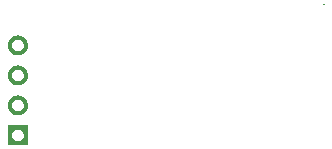
<source format=gbr>
%TF.GenerationSoftware,Flux,Pcbnew,7.0.11-7.0.11~ubuntu20.04.1*%
%TF.CreationDate,2024-08-15T14:07:34+00:00*%
%TF.ProjectId,input,696e7075-742e-46b6-9963-61645f706362,rev?*%
%TF.SameCoordinates,Original*%
%TF.FileFunction,Soldermask,Bot*%
%TF.FilePolarity,Negative*%
%FSLAX46Y46*%
G04 Gerber Fmt 4.6, Leading zero omitted, Abs format (unit mm)*
G04 Filename: businesscardpcb*
G04 Build it with Flux! Visit our site at: https://www.flux.ai (PCBNEW 7.0.11-7.0.11~ubuntu20.04.1) date 2024-08-15 14:07:34*
%MOMM*%
%LPD*%
G01*
G04 APERTURE LIST*
G04 APERTURE END LIST*
%TO.C,*%
G36*
X-14940100Y-7684100D02*
G01*
X-15090100Y-7684100D01*
X-15090100Y-7534100D01*
X-14940100Y-7534100D01*
X-14940100Y-7684100D01*
G37*
G36*
X-40061800Y-17838300D02*
G01*
X-40061800Y-19538300D01*
X-41761800Y-19538300D01*
X-41761800Y-18700571D01*
X-41411649Y-18700571D01*
X-41410445Y-18725082D01*
X-41408040Y-18749505D01*
X-41404439Y-18773781D01*
X-41399651Y-18797851D01*
X-41393688Y-18821656D01*
X-41386564Y-18845141D01*
X-41378296Y-18868248D01*
X-41368905Y-18890921D01*
X-41358412Y-18913106D01*
X-41346843Y-18934749D01*
X-41334227Y-18955799D01*
X-41320592Y-18976204D01*
X-41305973Y-18995916D01*
X-41290404Y-19014886D01*
X-41273924Y-19033070D01*
X-41256570Y-19050424D01*
X-41238386Y-19066904D01*
X-41219416Y-19082473D01*
X-41199704Y-19097092D01*
X-41179299Y-19110727D01*
X-41158249Y-19123343D01*
X-41136606Y-19134912D01*
X-41114421Y-19145405D01*
X-41091748Y-19154796D01*
X-41068641Y-19163064D01*
X-41045156Y-19170188D01*
X-41021351Y-19176151D01*
X-40997281Y-19180939D01*
X-40973005Y-19184540D01*
X-40948582Y-19186945D01*
X-40924071Y-19188149D01*
X-40899529Y-19188149D01*
X-40875018Y-19186945D01*
X-40850595Y-19184540D01*
X-40826319Y-19180939D01*
X-40802249Y-19176151D01*
X-40778444Y-19170188D01*
X-40754959Y-19163064D01*
X-40731852Y-19154796D01*
X-40709179Y-19145405D01*
X-40686994Y-19134912D01*
X-40665351Y-19123343D01*
X-40644301Y-19110727D01*
X-40623896Y-19097092D01*
X-40604184Y-19082473D01*
X-40585214Y-19066904D01*
X-40567030Y-19050424D01*
X-40549676Y-19033070D01*
X-40533196Y-19014886D01*
X-40517627Y-18995916D01*
X-40503008Y-18976204D01*
X-40489373Y-18955799D01*
X-40476757Y-18934749D01*
X-40465188Y-18913106D01*
X-40454695Y-18890921D01*
X-40445304Y-18868248D01*
X-40437036Y-18845141D01*
X-40429912Y-18821656D01*
X-40423949Y-18797851D01*
X-40419161Y-18773781D01*
X-40415560Y-18749505D01*
X-40413155Y-18725082D01*
X-40411951Y-18700571D01*
X-40411951Y-18676029D01*
X-40413155Y-18651518D01*
X-40415560Y-18627095D01*
X-40419161Y-18602819D01*
X-40423949Y-18578749D01*
X-40429912Y-18554944D01*
X-40437036Y-18531459D01*
X-40445304Y-18508352D01*
X-40454695Y-18485679D01*
X-40458533Y-18477563D01*
X-40465188Y-18463494D01*
X-40476757Y-18441851D01*
X-40489373Y-18420801D01*
X-40503008Y-18400396D01*
X-40517627Y-18380684D01*
X-40533196Y-18361714D01*
X-40549676Y-18343530D01*
X-40567030Y-18326176D01*
X-40585214Y-18309696D01*
X-40604184Y-18294127D01*
X-40623896Y-18279508D01*
X-40644301Y-18265873D01*
X-40665351Y-18253257D01*
X-40686994Y-18241688D01*
X-40709179Y-18231195D01*
X-40731852Y-18221804D01*
X-40754959Y-18213536D01*
X-40778444Y-18206412D01*
X-40802249Y-18200449D01*
X-40826319Y-18195661D01*
X-40850595Y-18192060D01*
X-40875018Y-18189655D01*
X-40899529Y-18188451D01*
X-40924071Y-18188451D01*
X-40948582Y-18189655D01*
X-40973005Y-18192060D01*
X-40997281Y-18195661D01*
X-41021351Y-18200449D01*
X-41045156Y-18206412D01*
X-41068641Y-18213536D01*
X-41091748Y-18221804D01*
X-41114421Y-18231195D01*
X-41136606Y-18241688D01*
X-41158249Y-18253257D01*
X-41179299Y-18265873D01*
X-41199704Y-18279508D01*
X-41219416Y-18294127D01*
X-41238386Y-18309696D01*
X-41256570Y-18326176D01*
X-41273924Y-18343530D01*
X-41290404Y-18361714D01*
X-41305973Y-18380684D01*
X-41320592Y-18400396D01*
X-41334227Y-18420801D01*
X-41346843Y-18441851D01*
X-41358412Y-18463494D01*
X-41368905Y-18485679D01*
X-41378296Y-18508352D01*
X-41386564Y-18531459D01*
X-41393688Y-18554944D01*
X-41399651Y-18578749D01*
X-41404439Y-18602819D01*
X-41408040Y-18627095D01*
X-41410445Y-18651518D01*
X-41411649Y-18676029D01*
X-41411649Y-18700571D01*
X-41761800Y-18700571D01*
X-41761800Y-17838300D01*
X-40061800Y-17838300D01*
G37*
G36*
X-40849250Y-10220603D02*
G01*
X-40807731Y-10224692D01*
X-40766462Y-10230814D01*
X-40725544Y-10238953D01*
X-40685074Y-10249090D01*
X-40645150Y-10261201D01*
X-40605869Y-10275256D01*
X-40567325Y-10291222D01*
X-40529610Y-10309059D01*
X-40492816Y-10328726D01*
X-40457032Y-10350174D01*
X-40422343Y-10373353D01*
X-40388833Y-10398206D01*
X-40356583Y-10424672D01*
X-40325670Y-10452690D01*
X-40296170Y-10482191D01*
X-40268152Y-10513103D01*
X-40241685Y-10545353D01*
X-40216833Y-10578863D01*
X-40193654Y-10613552D01*
X-40172206Y-10649337D01*
X-40152539Y-10686130D01*
X-40134701Y-10723845D01*
X-40118736Y-10762389D01*
X-40104681Y-10801671D01*
X-40092570Y-10841594D01*
X-40082433Y-10882064D01*
X-40074294Y-10922982D01*
X-40068172Y-10964251D01*
X-40064083Y-11005770D01*
X-40062036Y-11047440D01*
X-40062036Y-11089160D01*
X-40064083Y-11130830D01*
X-40068172Y-11172349D01*
X-40074294Y-11213618D01*
X-40082433Y-11254536D01*
X-40092570Y-11295006D01*
X-40104681Y-11334929D01*
X-40118736Y-11374211D01*
X-40134701Y-11412755D01*
X-40152539Y-11450470D01*
X-40172206Y-11487263D01*
X-40193654Y-11523048D01*
X-40216833Y-11557737D01*
X-40241685Y-11591247D01*
X-40268152Y-11623497D01*
X-40296170Y-11654409D01*
X-40325670Y-11683910D01*
X-40356583Y-11711928D01*
X-40388833Y-11738394D01*
X-40422343Y-11763247D01*
X-40457032Y-11786426D01*
X-40492816Y-11807874D01*
X-40529610Y-11827541D01*
X-40567325Y-11845378D01*
X-40605869Y-11861344D01*
X-40645150Y-11875399D01*
X-40685074Y-11887510D01*
X-40725544Y-11897647D01*
X-40766462Y-11905786D01*
X-40807731Y-11911908D01*
X-40849250Y-11915997D01*
X-40890920Y-11918044D01*
X-40932640Y-11918044D01*
X-40974310Y-11915997D01*
X-41015829Y-11911908D01*
X-41057097Y-11905786D01*
X-41098016Y-11897647D01*
X-41138486Y-11887510D01*
X-41178409Y-11875399D01*
X-41217691Y-11861344D01*
X-41256235Y-11845378D01*
X-41293949Y-11827541D01*
X-41330743Y-11807874D01*
X-41366528Y-11786426D01*
X-41401217Y-11763247D01*
X-41434727Y-11738394D01*
X-41466977Y-11711928D01*
X-41497889Y-11683910D01*
X-41527390Y-11654409D01*
X-41555407Y-11623497D01*
X-41581874Y-11591247D01*
X-41606727Y-11557737D01*
X-41629905Y-11523048D01*
X-41651354Y-11487263D01*
X-41671020Y-11450470D01*
X-41688858Y-11412755D01*
X-41704824Y-11374211D01*
X-41718879Y-11334929D01*
X-41730989Y-11295006D01*
X-41741127Y-11254536D01*
X-41749266Y-11213618D01*
X-41755387Y-11172349D01*
X-41759477Y-11130830D01*
X-41761524Y-11089160D01*
X-41761524Y-11080571D01*
X-41411629Y-11080571D01*
X-41410425Y-11105082D01*
X-41408020Y-11129505D01*
X-41404419Y-11153781D01*
X-41399631Y-11177851D01*
X-41393668Y-11201656D01*
X-41386544Y-11225141D01*
X-41378276Y-11248248D01*
X-41368885Y-11270921D01*
X-41358392Y-11293106D01*
X-41346823Y-11314749D01*
X-41334207Y-11335799D01*
X-41320572Y-11356204D01*
X-41305953Y-11375916D01*
X-41290384Y-11394886D01*
X-41273903Y-11413070D01*
X-41256550Y-11430424D01*
X-41238366Y-11446904D01*
X-41219396Y-11462473D01*
X-41199684Y-11477092D01*
X-41179279Y-11490727D01*
X-41158229Y-11503343D01*
X-41136585Y-11514912D01*
X-41114400Y-11525405D01*
X-41091727Y-11534796D01*
X-41068621Y-11543064D01*
X-41045136Y-11550188D01*
X-41021330Y-11556151D01*
X-40997261Y-11560939D01*
X-40972985Y-11564540D01*
X-40948562Y-11566945D01*
X-40924050Y-11568149D01*
X-40899509Y-11568149D01*
X-40874997Y-11566945D01*
X-40850574Y-11564540D01*
X-40826299Y-11560939D01*
X-40802229Y-11556151D01*
X-40778423Y-11550188D01*
X-40754939Y-11543064D01*
X-40731832Y-11534796D01*
X-40709159Y-11525405D01*
X-40686974Y-11514912D01*
X-40665331Y-11503343D01*
X-40644281Y-11490727D01*
X-40623876Y-11477092D01*
X-40604164Y-11462473D01*
X-40585193Y-11446904D01*
X-40567010Y-11430424D01*
X-40549656Y-11413070D01*
X-40533175Y-11394886D01*
X-40517607Y-11375916D01*
X-40502987Y-11356204D01*
X-40489353Y-11335799D01*
X-40476736Y-11314749D01*
X-40465168Y-11293106D01*
X-40454675Y-11270921D01*
X-40445283Y-11248248D01*
X-40437016Y-11225141D01*
X-40429892Y-11201656D01*
X-40423929Y-11177851D01*
X-40419141Y-11153781D01*
X-40415540Y-11129505D01*
X-40413135Y-11105082D01*
X-40411930Y-11080571D01*
X-40411930Y-11056029D01*
X-40413135Y-11031518D01*
X-40415540Y-11007095D01*
X-40419141Y-10982819D01*
X-40423929Y-10958749D01*
X-40429892Y-10934944D01*
X-40437016Y-10911459D01*
X-40445283Y-10888352D01*
X-40454675Y-10865679D01*
X-40465168Y-10843494D01*
X-40476736Y-10821851D01*
X-40489353Y-10800801D01*
X-40502987Y-10780396D01*
X-40517607Y-10760684D01*
X-40533175Y-10741714D01*
X-40549656Y-10723530D01*
X-40567010Y-10706176D01*
X-40585193Y-10689696D01*
X-40604164Y-10674127D01*
X-40623876Y-10659508D01*
X-40644281Y-10645873D01*
X-40665331Y-10633257D01*
X-40686974Y-10621688D01*
X-40709159Y-10611195D01*
X-40731832Y-10601804D01*
X-40754939Y-10593536D01*
X-40778423Y-10586412D01*
X-40802229Y-10580449D01*
X-40826299Y-10575661D01*
X-40850574Y-10572060D01*
X-40874997Y-10569655D01*
X-40899509Y-10568451D01*
X-40924050Y-10568451D01*
X-40948562Y-10569655D01*
X-40972985Y-10572060D01*
X-40997261Y-10575661D01*
X-41021330Y-10580449D01*
X-41045136Y-10586412D01*
X-41068621Y-10593536D01*
X-41091727Y-10601804D01*
X-41114400Y-10611195D01*
X-41136585Y-10621688D01*
X-41158229Y-10633257D01*
X-41179279Y-10645873D01*
X-41199684Y-10659508D01*
X-41219396Y-10674127D01*
X-41238366Y-10689696D01*
X-41256550Y-10706176D01*
X-41273903Y-10723530D01*
X-41290384Y-10741714D01*
X-41305953Y-10760684D01*
X-41320572Y-10780396D01*
X-41334207Y-10800801D01*
X-41346823Y-10821851D01*
X-41358392Y-10843494D01*
X-41368885Y-10865679D01*
X-41378276Y-10888352D01*
X-41386544Y-10911459D01*
X-41393668Y-10934944D01*
X-41399631Y-10958749D01*
X-41404419Y-10982819D01*
X-41408020Y-11007095D01*
X-41410425Y-11031518D01*
X-41411629Y-11056029D01*
X-41411629Y-11080571D01*
X-41761524Y-11080571D01*
X-41761524Y-11047440D01*
X-41759477Y-11005770D01*
X-41755387Y-10964251D01*
X-41749266Y-10922982D01*
X-41741127Y-10882064D01*
X-41730989Y-10841594D01*
X-41718879Y-10801671D01*
X-41704824Y-10762389D01*
X-41688858Y-10723845D01*
X-41671020Y-10686130D01*
X-41651354Y-10649337D01*
X-41629905Y-10613552D01*
X-41606727Y-10578863D01*
X-41581874Y-10545353D01*
X-41555407Y-10513103D01*
X-41527390Y-10482191D01*
X-41497889Y-10452690D01*
X-41466977Y-10424672D01*
X-41434727Y-10398206D01*
X-41401217Y-10373353D01*
X-41366528Y-10350174D01*
X-41330743Y-10328726D01*
X-41293949Y-10309059D01*
X-41256235Y-10291222D01*
X-41217691Y-10275256D01*
X-41178409Y-10261201D01*
X-41138486Y-10249090D01*
X-41098016Y-10238953D01*
X-41057097Y-10230814D01*
X-41015829Y-10224692D01*
X-40974310Y-10220603D01*
X-40932640Y-10218556D01*
X-40890920Y-10218556D01*
X-40849250Y-10220603D01*
G37*
G36*
X-40849263Y-15300603D02*
G01*
X-40807744Y-15304692D01*
X-40766476Y-15310814D01*
X-40725557Y-15318953D01*
X-40685087Y-15329090D01*
X-40645164Y-15341201D01*
X-40605882Y-15355256D01*
X-40567338Y-15371222D01*
X-40529624Y-15389059D01*
X-40492830Y-15408726D01*
X-40457045Y-15430174D01*
X-40422356Y-15453353D01*
X-40388846Y-15478206D01*
X-40356596Y-15504672D01*
X-40325684Y-15532690D01*
X-40296183Y-15562191D01*
X-40268166Y-15593103D01*
X-40241699Y-15625353D01*
X-40216846Y-15658863D01*
X-40193668Y-15693552D01*
X-40172219Y-15729337D01*
X-40152553Y-15766130D01*
X-40134715Y-15803845D01*
X-40118749Y-15842389D01*
X-40104694Y-15881671D01*
X-40092584Y-15921594D01*
X-40082446Y-15962064D01*
X-40074307Y-16002982D01*
X-40068186Y-16044251D01*
X-40064096Y-16085770D01*
X-40062049Y-16127440D01*
X-40062049Y-16169160D01*
X-40064096Y-16210830D01*
X-40068186Y-16252349D01*
X-40074307Y-16293618D01*
X-40082446Y-16334536D01*
X-40092584Y-16375006D01*
X-40104694Y-16414929D01*
X-40118749Y-16454211D01*
X-40134715Y-16492755D01*
X-40152553Y-16530470D01*
X-40172219Y-16567263D01*
X-40193668Y-16603048D01*
X-40216846Y-16637737D01*
X-40241699Y-16671247D01*
X-40268166Y-16703497D01*
X-40296183Y-16734409D01*
X-40325684Y-16763910D01*
X-40356596Y-16791928D01*
X-40388846Y-16818394D01*
X-40422356Y-16843247D01*
X-40457045Y-16866426D01*
X-40492830Y-16887874D01*
X-40529624Y-16907541D01*
X-40567338Y-16925378D01*
X-40605882Y-16941344D01*
X-40645164Y-16955399D01*
X-40685087Y-16967510D01*
X-40725557Y-16977647D01*
X-40766476Y-16985786D01*
X-40807744Y-16991908D01*
X-40849263Y-16995997D01*
X-40890933Y-16998044D01*
X-40932653Y-16998044D01*
X-40974323Y-16995997D01*
X-41015842Y-16991908D01*
X-41057111Y-16985786D01*
X-41098029Y-16977647D01*
X-41138499Y-16967510D01*
X-41178423Y-16955399D01*
X-41217704Y-16941344D01*
X-41256248Y-16925378D01*
X-41293963Y-16907541D01*
X-41330757Y-16887874D01*
X-41366541Y-16866426D01*
X-41401230Y-16843247D01*
X-41434740Y-16818394D01*
X-41466990Y-16791928D01*
X-41497903Y-16763910D01*
X-41527403Y-16734409D01*
X-41555421Y-16703497D01*
X-41581888Y-16671247D01*
X-41606740Y-16637737D01*
X-41629919Y-16603048D01*
X-41651367Y-16567263D01*
X-41671034Y-16530470D01*
X-41688872Y-16492755D01*
X-41704837Y-16454211D01*
X-41718892Y-16414929D01*
X-41731003Y-16375006D01*
X-41741140Y-16334536D01*
X-41749279Y-16293618D01*
X-41755401Y-16252349D01*
X-41759490Y-16210830D01*
X-41761537Y-16169160D01*
X-41761537Y-16160571D01*
X-41411643Y-16160571D01*
X-41410438Y-16185082D01*
X-41408033Y-16209505D01*
X-41404432Y-16233781D01*
X-41399644Y-16257851D01*
X-41393681Y-16281656D01*
X-41386557Y-16305141D01*
X-41378290Y-16328248D01*
X-41368898Y-16350921D01*
X-41358405Y-16373106D01*
X-41346837Y-16394749D01*
X-41334220Y-16415799D01*
X-41320586Y-16436204D01*
X-41305966Y-16455916D01*
X-41290398Y-16474886D01*
X-41273917Y-16493070D01*
X-41256564Y-16510424D01*
X-41238380Y-16526904D01*
X-41219409Y-16542473D01*
X-41199697Y-16557092D01*
X-41179292Y-16570727D01*
X-41158242Y-16583343D01*
X-41136599Y-16594912D01*
X-41114414Y-16605405D01*
X-41091741Y-16614796D01*
X-41068634Y-16623064D01*
X-41045150Y-16630188D01*
X-41021344Y-16636151D01*
X-40997274Y-16640939D01*
X-40972999Y-16644540D01*
X-40948576Y-16646945D01*
X-40924064Y-16648149D01*
X-40899523Y-16648149D01*
X-40875011Y-16646945D01*
X-40850588Y-16644540D01*
X-40826312Y-16640939D01*
X-40802243Y-16636151D01*
X-40778437Y-16630188D01*
X-40754952Y-16623064D01*
X-40731846Y-16614796D01*
X-40709173Y-16605405D01*
X-40686988Y-16594912D01*
X-40665344Y-16583343D01*
X-40644294Y-16570727D01*
X-40623889Y-16557092D01*
X-40604177Y-16542473D01*
X-40585207Y-16526904D01*
X-40567023Y-16510424D01*
X-40549670Y-16493070D01*
X-40533189Y-16474886D01*
X-40517620Y-16455916D01*
X-40503001Y-16436204D01*
X-40489366Y-16415799D01*
X-40476750Y-16394749D01*
X-40465181Y-16373106D01*
X-40454688Y-16350921D01*
X-40445297Y-16328248D01*
X-40437029Y-16305141D01*
X-40429905Y-16281656D01*
X-40423942Y-16257851D01*
X-40419154Y-16233781D01*
X-40415553Y-16209505D01*
X-40413148Y-16185082D01*
X-40411944Y-16160571D01*
X-40411944Y-16136029D01*
X-40413148Y-16111518D01*
X-40415553Y-16087095D01*
X-40419154Y-16062819D01*
X-40423942Y-16038749D01*
X-40429905Y-16014944D01*
X-40437029Y-15991459D01*
X-40445297Y-15968352D01*
X-40454688Y-15945679D01*
X-40465181Y-15923494D01*
X-40476750Y-15901851D01*
X-40489366Y-15880801D01*
X-40503001Y-15860396D01*
X-40517620Y-15840684D01*
X-40533189Y-15821714D01*
X-40549670Y-15803530D01*
X-40567023Y-15786176D01*
X-40585207Y-15769696D01*
X-40604177Y-15754127D01*
X-40623889Y-15739508D01*
X-40644294Y-15725873D01*
X-40665344Y-15713257D01*
X-40686988Y-15701688D01*
X-40709173Y-15691195D01*
X-40731846Y-15681804D01*
X-40754952Y-15673536D01*
X-40778437Y-15666412D01*
X-40802243Y-15660449D01*
X-40826312Y-15655661D01*
X-40850588Y-15652060D01*
X-40875011Y-15649655D01*
X-40899523Y-15648451D01*
X-40924064Y-15648451D01*
X-40948576Y-15649655D01*
X-40972999Y-15652060D01*
X-40997274Y-15655661D01*
X-41021344Y-15660449D01*
X-41045150Y-15666412D01*
X-41068634Y-15673536D01*
X-41091741Y-15681804D01*
X-41114414Y-15691195D01*
X-41136599Y-15701688D01*
X-41158242Y-15713257D01*
X-41179292Y-15725873D01*
X-41199697Y-15739508D01*
X-41219409Y-15754127D01*
X-41238380Y-15769696D01*
X-41256564Y-15786176D01*
X-41273917Y-15803530D01*
X-41290398Y-15821714D01*
X-41305966Y-15840684D01*
X-41320586Y-15860396D01*
X-41334220Y-15880801D01*
X-41346837Y-15901851D01*
X-41358405Y-15923494D01*
X-41368898Y-15945679D01*
X-41378290Y-15968352D01*
X-41386557Y-15991459D01*
X-41393681Y-16014944D01*
X-41399644Y-16038749D01*
X-41404432Y-16062819D01*
X-41408033Y-16087095D01*
X-41410438Y-16111518D01*
X-41411643Y-16136029D01*
X-41411643Y-16160571D01*
X-41761537Y-16160571D01*
X-41761537Y-16127440D01*
X-41759490Y-16085770D01*
X-41755401Y-16044251D01*
X-41749279Y-16002982D01*
X-41741140Y-15962064D01*
X-41731003Y-15921594D01*
X-41718892Y-15881671D01*
X-41704837Y-15842389D01*
X-41688872Y-15803845D01*
X-41671034Y-15766130D01*
X-41651367Y-15729337D01*
X-41629919Y-15693552D01*
X-41606740Y-15658863D01*
X-41581888Y-15625353D01*
X-41555421Y-15593103D01*
X-41527403Y-15562191D01*
X-41497903Y-15532690D01*
X-41466990Y-15504672D01*
X-41434740Y-15478206D01*
X-41401230Y-15453353D01*
X-41366541Y-15430174D01*
X-41330757Y-15408726D01*
X-41293963Y-15389059D01*
X-41256248Y-15371222D01*
X-41217704Y-15355256D01*
X-41178423Y-15341201D01*
X-41138499Y-15329090D01*
X-41098029Y-15318953D01*
X-41057111Y-15310814D01*
X-41015842Y-15304692D01*
X-40974323Y-15300603D01*
X-40932653Y-15298556D01*
X-40890933Y-15298556D01*
X-40849263Y-15300603D01*
G37*
G36*
X-40849257Y-12760603D02*
G01*
X-40807737Y-12764692D01*
X-40766469Y-12770814D01*
X-40725550Y-12778953D01*
X-40685081Y-12789090D01*
X-40645157Y-12801201D01*
X-40605876Y-12815256D01*
X-40567331Y-12831222D01*
X-40529617Y-12849059D01*
X-40492823Y-12868726D01*
X-40457039Y-12890174D01*
X-40422350Y-12913353D01*
X-40388840Y-12938206D01*
X-40356590Y-12964672D01*
X-40325677Y-12992690D01*
X-40296176Y-13022191D01*
X-40268159Y-13053103D01*
X-40241692Y-13085353D01*
X-40216839Y-13118863D01*
X-40193661Y-13153552D01*
X-40172213Y-13189337D01*
X-40152546Y-13226130D01*
X-40134708Y-13263845D01*
X-40118743Y-13302389D01*
X-40104688Y-13341671D01*
X-40092577Y-13381594D01*
X-40082440Y-13422064D01*
X-40074301Y-13462982D01*
X-40068179Y-13504251D01*
X-40064090Y-13545770D01*
X-40062043Y-13587440D01*
X-40062043Y-13629160D01*
X-40064090Y-13670830D01*
X-40068179Y-13712349D01*
X-40074301Y-13753618D01*
X-40082440Y-13794536D01*
X-40092577Y-13835006D01*
X-40104688Y-13874929D01*
X-40118743Y-13914211D01*
X-40134708Y-13952755D01*
X-40152546Y-13990470D01*
X-40172213Y-14027263D01*
X-40193661Y-14063048D01*
X-40216839Y-14097737D01*
X-40241692Y-14131247D01*
X-40268159Y-14163497D01*
X-40296176Y-14194409D01*
X-40325677Y-14223910D01*
X-40356590Y-14251928D01*
X-40388840Y-14278394D01*
X-40422350Y-14303247D01*
X-40457039Y-14326426D01*
X-40492823Y-14347874D01*
X-40529617Y-14367541D01*
X-40567331Y-14385378D01*
X-40605876Y-14401344D01*
X-40645157Y-14415399D01*
X-40685081Y-14427510D01*
X-40725550Y-14437647D01*
X-40766469Y-14445786D01*
X-40807737Y-14451908D01*
X-40849257Y-14455997D01*
X-40890926Y-14458044D01*
X-40932647Y-14458044D01*
X-40974316Y-14455997D01*
X-41015836Y-14451908D01*
X-41057104Y-14445786D01*
X-41098023Y-14437647D01*
X-41138492Y-14427510D01*
X-41178416Y-14415399D01*
X-41217697Y-14401344D01*
X-41256242Y-14385378D01*
X-41293956Y-14367541D01*
X-41330750Y-14347874D01*
X-41366534Y-14326426D01*
X-41401223Y-14303247D01*
X-41434733Y-14278394D01*
X-41466983Y-14251928D01*
X-41497896Y-14223910D01*
X-41527397Y-14194409D01*
X-41555414Y-14163497D01*
X-41581881Y-14131247D01*
X-41606734Y-14097737D01*
X-41629912Y-14063048D01*
X-41651360Y-14027263D01*
X-41671027Y-13990470D01*
X-41688865Y-13952755D01*
X-41704830Y-13914211D01*
X-41718885Y-13874929D01*
X-41730996Y-13835006D01*
X-41741133Y-13794536D01*
X-41749273Y-13753618D01*
X-41755394Y-13712349D01*
X-41759483Y-13670830D01*
X-41761531Y-13629160D01*
X-41761531Y-13620571D01*
X-41411636Y-13620571D01*
X-41410432Y-13645082D01*
X-41408026Y-13669505D01*
X-41404425Y-13693781D01*
X-41399638Y-13717851D01*
X-41393675Y-13741656D01*
X-41386551Y-13765141D01*
X-41378283Y-13788248D01*
X-41368891Y-13810921D01*
X-41358399Y-13833106D01*
X-41346830Y-13854749D01*
X-41334213Y-13875799D01*
X-41320579Y-13896204D01*
X-41305960Y-13915916D01*
X-41290391Y-13934886D01*
X-41273910Y-13953070D01*
X-41256557Y-13970424D01*
X-41238373Y-13986904D01*
X-41219402Y-14002473D01*
X-41199691Y-14017092D01*
X-41179285Y-14030727D01*
X-41158236Y-14043343D01*
X-41136592Y-14054912D01*
X-41114407Y-14065405D01*
X-41091734Y-14074796D01*
X-41068627Y-14083064D01*
X-41045143Y-14090188D01*
X-41021337Y-14096151D01*
X-40997267Y-14100939D01*
X-40972992Y-14104540D01*
X-40948569Y-14106945D01*
X-40924057Y-14108149D01*
X-40899516Y-14108149D01*
X-40875004Y-14106945D01*
X-40850581Y-14104540D01*
X-40826306Y-14100939D01*
X-40802236Y-14096151D01*
X-40778430Y-14090188D01*
X-40754946Y-14083064D01*
X-40731839Y-14074796D01*
X-40709166Y-14065405D01*
X-40686981Y-14054912D01*
X-40665337Y-14043343D01*
X-40644288Y-14030727D01*
X-40623882Y-14017092D01*
X-40604171Y-14002473D01*
X-40585200Y-13986904D01*
X-40567016Y-13970424D01*
X-40549663Y-13953070D01*
X-40533182Y-13934886D01*
X-40517613Y-13915916D01*
X-40502994Y-13896204D01*
X-40489360Y-13875799D01*
X-40476743Y-13854749D01*
X-40465174Y-13833106D01*
X-40454682Y-13810921D01*
X-40445290Y-13788248D01*
X-40437022Y-13765141D01*
X-40429898Y-13741656D01*
X-40423935Y-13717851D01*
X-40419148Y-13693781D01*
X-40415547Y-13669505D01*
X-40413141Y-13645082D01*
X-40411937Y-13620571D01*
X-40411937Y-13596029D01*
X-40413141Y-13571518D01*
X-40415547Y-13547095D01*
X-40419148Y-13522819D01*
X-40423935Y-13498749D01*
X-40429898Y-13474944D01*
X-40437022Y-13451459D01*
X-40445290Y-13428352D01*
X-40454682Y-13405679D01*
X-40465174Y-13383494D01*
X-40476743Y-13361851D01*
X-40489360Y-13340801D01*
X-40502994Y-13320396D01*
X-40517613Y-13300684D01*
X-40533182Y-13281714D01*
X-40549663Y-13263530D01*
X-40567016Y-13246176D01*
X-40585200Y-13229696D01*
X-40604171Y-13214127D01*
X-40623882Y-13199508D01*
X-40644288Y-13185873D01*
X-40665337Y-13173257D01*
X-40686981Y-13161688D01*
X-40709166Y-13151195D01*
X-40731839Y-13141804D01*
X-40754946Y-13133536D01*
X-40778430Y-13126412D01*
X-40802236Y-13120449D01*
X-40826306Y-13115661D01*
X-40850581Y-13112060D01*
X-40875004Y-13109655D01*
X-40899516Y-13108451D01*
X-40924057Y-13108451D01*
X-40948569Y-13109655D01*
X-40972992Y-13112060D01*
X-40997267Y-13115661D01*
X-41021337Y-13120449D01*
X-41045143Y-13126412D01*
X-41068627Y-13133536D01*
X-41091734Y-13141804D01*
X-41114407Y-13151195D01*
X-41136592Y-13161688D01*
X-41158236Y-13173257D01*
X-41179285Y-13185873D01*
X-41199691Y-13199508D01*
X-41219402Y-13214127D01*
X-41238373Y-13229696D01*
X-41256557Y-13246176D01*
X-41273910Y-13263530D01*
X-41290391Y-13281714D01*
X-41305960Y-13300684D01*
X-41320579Y-13320396D01*
X-41334213Y-13340801D01*
X-41346830Y-13361851D01*
X-41358399Y-13383494D01*
X-41368891Y-13405679D01*
X-41378283Y-13428352D01*
X-41386551Y-13451459D01*
X-41393675Y-13474944D01*
X-41399638Y-13498749D01*
X-41404425Y-13522819D01*
X-41408026Y-13547095D01*
X-41410432Y-13571518D01*
X-41411636Y-13596029D01*
X-41411636Y-13620571D01*
X-41761531Y-13620571D01*
X-41761531Y-13587440D01*
X-41759483Y-13545770D01*
X-41755394Y-13504251D01*
X-41749273Y-13462982D01*
X-41741133Y-13422064D01*
X-41730996Y-13381594D01*
X-41718885Y-13341671D01*
X-41704830Y-13302389D01*
X-41688865Y-13263845D01*
X-41671027Y-13226130D01*
X-41651360Y-13189337D01*
X-41629912Y-13153552D01*
X-41606734Y-13118863D01*
X-41581881Y-13085353D01*
X-41555414Y-13053103D01*
X-41527397Y-13022191D01*
X-41497896Y-12992690D01*
X-41466983Y-12964672D01*
X-41434733Y-12938206D01*
X-41401223Y-12913353D01*
X-41366534Y-12890174D01*
X-41330750Y-12868726D01*
X-41293956Y-12849059D01*
X-41256242Y-12831222D01*
X-41217697Y-12815256D01*
X-41178416Y-12801201D01*
X-41138492Y-12789090D01*
X-41098023Y-12778953D01*
X-41057104Y-12770814D01*
X-41015836Y-12764692D01*
X-40974316Y-12760603D01*
X-40932647Y-12758556D01*
X-40890926Y-12758556D01*
X-40849257Y-12760603D01*
G37*
%TD*%
M02*

</source>
